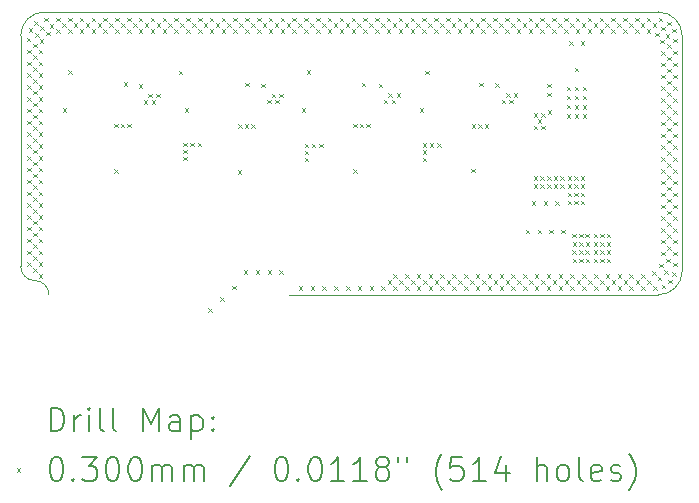
<source format=gbr>
%FSLAX45Y45*%
G04 Gerber Fmt 4.5, Leading zero omitted, Abs format (unit mm)*
G04 Created by KiCad (PCBNEW (6.0.0)) date 2022-01-13 15:14:49*
%MOMM*%
%LPD*%
G01*
G04 APERTURE LIST*
%TA.AperFunction,Profile*%
%ADD10C,0.050000*%
%TD*%
%ADD11C,0.200000*%
%ADD12C,0.030000*%
G04 APERTURE END LIST*
D10*
X6400000Y3394062D02*
X1200000Y3394062D01*
X6600062Y3194000D02*
X6600000Y1200000D01*
X3270000Y1000000D02*
X6399938Y999938D01*
X6600062Y3194000D02*
G75*
G03*
X6400000Y3394062I-200062J0D01*
G01*
X1200000Y3394062D02*
G75*
G03*
X999938Y3194000I0J-200062D01*
G01*
X999867Y1240133D02*
G75*
G03*
X1119933Y1120067I120067J0D01*
G01*
X1240000Y1000000D02*
G75*
G03*
X1119933Y1120067I-120067J0D01*
G01*
X6399938Y999938D02*
G75*
G03*
X6600000Y1200000I0J200062D01*
G01*
X999938Y3194000D02*
X999867Y1240133D01*
D11*
D12*
X1052000Y3175000D02*
X1082000Y3145000D01*
X1082000Y3175000D02*
X1052000Y3145000D01*
X1054000Y3074000D02*
X1084000Y3044000D01*
X1084000Y3074000D02*
X1054000Y3044000D01*
X1054000Y2974000D02*
X1084000Y2944000D01*
X1084000Y2974000D02*
X1054000Y2944000D01*
X1054000Y2874000D02*
X1084000Y2844000D01*
X1084000Y2874000D02*
X1054000Y2844000D01*
X1054000Y2774000D02*
X1084000Y2744000D01*
X1084000Y2774000D02*
X1054000Y2744000D01*
X1054000Y2674000D02*
X1084000Y2644000D01*
X1084000Y2674000D02*
X1054000Y2644000D01*
X1054000Y2574000D02*
X1084000Y2544000D01*
X1084000Y2574000D02*
X1054000Y2544000D01*
X1054000Y2474000D02*
X1084000Y2444000D01*
X1084000Y2474000D02*
X1054000Y2444000D01*
X1054000Y2374000D02*
X1084000Y2344000D01*
X1084000Y2374000D02*
X1054000Y2344000D01*
X1054000Y2274000D02*
X1084000Y2244000D01*
X1084000Y2274000D02*
X1054000Y2244000D01*
X1054000Y2174000D02*
X1084000Y2144000D01*
X1084000Y2174000D02*
X1054000Y2144000D01*
X1054000Y2074000D02*
X1084000Y2044000D01*
X1084000Y2074000D02*
X1054000Y2044000D01*
X1054000Y1974000D02*
X1084000Y1944000D01*
X1084000Y1974000D02*
X1054000Y1944000D01*
X1054000Y1874000D02*
X1084000Y1844000D01*
X1084000Y1874000D02*
X1054000Y1844000D01*
X1054000Y1774000D02*
X1084000Y1744000D01*
X1084000Y1774000D02*
X1054000Y1744000D01*
X1054000Y1674000D02*
X1084000Y1644000D01*
X1084000Y1674000D02*
X1054000Y1644000D01*
X1054000Y1574000D02*
X1084000Y1544000D01*
X1084000Y1574000D02*
X1054000Y1544000D01*
X1054000Y1474000D02*
X1084000Y1444000D01*
X1084000Y1474000D02*
X1054000Y1444000D01*
X1054000Y1374000D02*
X1084000Y1344000D01*
X1084000Y1374000D02*
X1054000Y1344000D01*
X1054000Y1274000D02*
X1084000Y1244000D01*
X1084000Y1274000D02*
X1054000Y1244000D01*
X1070000Y3255000D02*
X1100000Y3225000D01*
X1100000Y3255000D02*
X1070000Y3225000D01*
X1104000Y3126000D02*
X1134000Y3096000D01*
X1134000Y3126000D02*
X1104000Y3096000D01*
X1104000Y3026000D02*
X1134000Y2996000D01*
X1134000Y3026000D02*
X1104000Y2996000D01*
X1104000Y2926000D02*
X1134000Y2896000D01*
X1134000Y2926000D02*
X1104000Y2896000D01*
X1104000Y2826000D02*
X1134000Y2796000D01*
X1134000Y2826000D02*
X1104000Y2796000D01*
X1104000Y2726000D02*
X1134000Y2696000D01*
X1134000Y2726000D02*
X1104000Y2696000D01*
X1104000Y2626000D02*
X1134000Y2596000D01*
X1134000Y2626000D02*
X1104000Y2596000D01*
X1104000Y2526000D02*
X1134000Y2496000D01*
X1134000Y2526000D02*
X1104000Y2496000D01*
X1104000Y2426000D02*
X1134000Y2396000D01*
X1134000Y2426000D02*
X1104000Y2396000D01*
X1104000Y2326000D02*
X1134000Y2296000D01*
X1134000Y2326000D02*
X1104000Y2296000D01*
X1104000Y2226000D02*
X1134000Y2196000D01*
X1134000Y2226000D02*
X1104000Y2196000D01*
X1104000Y2126000D02*
X1134000Y2096000D01*
X1134000Y2126000D02*
X1104000Y2096000D01*
X1104000Y2026000D02*
X1134000Y1996000D01*
X1134000Y2026000D02*
X1104000Y1996000D01*
X1104000Y1926000D02*
X1134000Y1896000D01*
X1134000Y1926000D02*
X1104000Y1896000D01*
X1104000Y1826000D02*
X1134000Y1796000D01*
X1134000Y1826000D02*
X1104000Y1796000D01*
X1104000Y1726000D02*
X1134000Y1696000D01*
X1134000Y1726000D02*
X1104000Y1696000D01*
X1104000Y1626000D02*
X1134000Y1596000D01*
X1134000Y1626000D02*
X1104000Y1596000D01*
X1104000Y1526000D02*
X1134000Y1496000D01*
X1134000Y1526000D02*
X1104000Y1496000D01*
X1104000Y1426000D02*
X1134000Y1396000D01*
X1134000Y1426000D02*
X1104000Y1396000D01*
X1104000Y1326000D02*
X1134000Y1296000D01*
X1134000Y1326000D02*
X1104000Y1296000D01*
X1104000Y1224000D02*
X1134000Y1194000D01*
X1134000Y1224000D02*
X1104000Y1194000D01*
X1115000Y3317000D02*
X1145000Y3287000D01*
X1145000Y3317000D02*
X1115000Y3287000D01*
X1121000Y3214000D02*
X1151000Y3184000D01*
X1151000Y3214000D02*
X1121000Y3184000D01*
X1154000Y3074000D02*
X1184000Y3044000D01*
X1184000Y3074000D02*
X1154000Y3044000D01*
X1154000Y2974000D02*
X1184000Y2944000D01*
X1184000Y2974000D02*
X1154000Y2944000D01*
X1154000Y2874000D02*
X1184000Y2844000D01*
X1184000Y2874000D02*
X1154000Y2844000D01*
X1154000Y2774000D02*
X1184000Y2744000D01*
X1184000Y2774000D02*
X1154000Y2744000D01*
X1154000Y2674000D02*
X1184000Y2644000D01*
X1184000Y2674000D02*
X1154000Y2644000D01*
X1154000Y2574000D02*
X1184000Y2544000D01*
X1184000Y2574000D02*
X1154000Y2544000D01*
X1154000Y2474000D02*
X1184000Y2444000D01*
X1184000Y2474000D02*
X1154000Y2444000D01*
X1154000Y2374000D02*
X1184000Y2344000D01*
X1184000Y2374000D02*
X1154000Y2344000D01*
X1154000Y2274000D02*
X1184000Y2244000D01*
X1184000Y2274000D02*
X1154000Y2244000D01*
X1154000Y2174000D02*
X1184000Y2144000D01*
X1184000Y2174000D02*
X1154000Y2144000D01*
X1154000Y2074000D02*
X1184000Y2044000D01*
X1184000Y2074000D02*
X1154000Y2044000D01*
X1154000Y1974000D02*
X1184000Y1944000D01*
X1184000Y1974000D02*
X1154000Y1944000D01*
X1154000Y1874000D02*
X1184000Y1844000D01*
X1184000Y1874000D02*
X1154000Y1844000D01*
X1154000Y1774000D02*
X1184000Y1744000D01*
X1184000Y1774000D02*
X1154000Y1744000D01*
X1154000Y1674000D02*
X1184000Y1644000D01*
X1184000Y1674000D02*
X1154000Y1644000D01*
X1154000Y1574000D02*
X1184000Y1544000D01*
X1184000Y1574000D02*
X1154000Y1544000D01*
X1154000Y1474000D02*
X1184000Y1444000D01*
X1184000Y1474000D02*
X1154000Y1444000D01*
X1154000Y1374000D02*
X1184000Y1344000D01*
X1184000Y1374000D02*
X1154000Y1344000D01*
X1154000Y1274000D02*
X1184000Y1244000D01*
X1184000Y1274000D02*
X1154000Y1244000D01*
X1154000Y1174000D02*
X1184000Y1144000D01*
X1184000Y1174000D02*
X1154000Y1144000D01*
X1163000Y3162000D02*
X1193000Y3132000D01*
X1193000Y3162000D02*
X1163000Y3132000D01*
X1165000Y3272000D02*
X1195000Y3242000D01*
X1195000Y3272000D02*
X1165000Y3242000D01*
X1201000Y3347000D02*
X1231000Y3317000D01*
X1231000Y3347000D02*
X1201000Y3317000D01*
X1214000Y3228000D02*
X1244000Y3198000D01*
X1244000Y3228000D02*
X1214000Y3198000D01*
X1244000Y3292000D02*
X1274000Y3262000D01*
X1274000Y3292000D02*
X1244000Y3262000D01*
X1301000Y3347000D02*
X1331000Y3317000D01*
X1331000Y3347000D02*
X1301000Y3317000D01*
X1301000Y3247000D02*
X1331000Y3217000D01*
X1331000Y3247000D02*
X1301000Y3217000D01*
X1351000Y3297000D02*
X1381000Y3267000D01*
X1381000Y3297000D02*
X1351000Y3267000D01*
X1357000Y2579000D02*
X1387000Y2549000D01*
X1387000Y2579000D02*
X1357000Y2549000D01*
X1401000Y3347000D02*
X1431000Y3317000D01*
X1431000Y3347000D02*
X1401000Y3317000D01*
X1401000Y3247000D02*
X1431000Y3217000D01*
X1431000Y3247000D02*
X1401000Y3217000D01*
X1403000Y2899000D02*
X1433000Y2869000D01*
X1433000Y2899000D02*
X1403000Y2869000D01*
X1451000Y3297000D02*
X1481000Y3267000D01*
X1481000Y3297000D02*
X1451000Y3267000D01*
X1501000Y3347000D02*
X1531000Y3317000D01*
X1531000Y3347000D02*
X1501000Y3317000D01*
X1501000Y3247000D02*
X1531000Y3217000D01*
X1531000Y3247000D02*
X1501000Y3217000D01*
X1551000Y3297000D02*
X1581000Y3267000D01*
X1581000Y3297000D02*
X1551000Y3267000D01*
X1601000Y3347000D02*
X1631000Y3317000D01*
X1631000Y3347000D02*
X1601000Y3317000D01*
X1601000Y3247000D02*
X1631000Y3217000D01*
X1631000Y3247000D02*
X1601000Y3217000D01*
X1651000Y3297000D02*
X1681000Y3267000D01*
X1681000Y3297000D02*
X1651000Y3267000D01*
X1701000Y3347000D02*
X1731000Y3317000D01*
X1731000Y3347000D02*
X1701000Y3317000D01*
X1701000Y3247000D02*
X1731000Y3217000D01*
X1731000Y3247000D02*
X1701000Y3217000D01*
X1751000Y3297000D02*
X1781000Y3267000D01*
X1781000Y3297000D02*
X1751000Y3267000D01*
X1791000Y2062000D02*
X1821000Y2032000D01*
X1821000Y2062000D02*
X1791000Y2032000D01*
X1792000Y2447000D02*
X1822000Y2417000D01*
X1822000Y2447000D02*
X1792000Y2417000D01*
X1801000Y3347000D02*
X1831000Y3317000D01*
X1831000Y3347000D02*
X1801000Y3317000D01*
X1801000Y3247000D02*
X1831000Y3217000D01*
X1831000Y3247000D02*
X1801000Y3217000D01*
X1847000Y2447000D02*
X1877000Y2417000D01*
X1877000Y2447000D02*
X1847000Y2417000D01*
X1851000Y3297000D02*
X1881000Y3267000D01*
X1881000Y3297000D02*
X1851000Y3267000D01*
X1872000Y2799000D02*
X1902000Y2769000D01*
X1902000Y2799000D02*
X1872000Y2769000D01*
X1901000Y3347000D02*
X1931000Y3317000D01*
X1931000Y3347000D02*
X1901000Y3317000D01*
X1901000Y3247000D02*
X1931000Y3217000D01*
X1931000Y3247000D02*
X1901000Y3217000D01*
X1902000Y2447000D02*
X1932000Y2417000D01*
X1932000Y2447000D02*
X1902000Y2417000D01*
X1951000Y3297000D02*
X1981000Y3267000D01*
X1981000Y3297000D02*
X1951000Y3267000D01*
X2001000Y3347000D02*
X2031000Y3317000D01*
X2031000Y3347000D02*
X2001000Y3317000D01*
X2001000Y3247000D02*
X2031000Y3217000D01*
X2031000Y3247000D02*
X2001000Y3217000D01*
X2001000Y2781000D02*
X2031000Y2751000D01*
X2031000Y2781000D02*
X2001000Y2751000D01*
X2043000Y2649000D02*
X2073000Y2619000D01*
X2073000Y2649000D02*
X2043000Y2619000D01*
X2051000Y3297000D02*
X2081000Y3267000D01*
X2081000Y3297000D02*
X2051000Y3267000D01*
X2082000Y2701000D02*
X2112000Y2671000D01*
X2112000Y2701000D02*
X2082000Y2671000D01*
X2101000Y3347000D02*
X2131000Y3317000D01*
X2131000Y3347000D02*
X2101000Y3317000D01*
X2101000Y3247000D02*
X2131000Y3217000D01*
X2131000Y3247000D02*
X2101000Y3217000D01*
X2111000Y2649000D02*
X2141000Y2619000D01*
X2141000Y2649000D02*
X2111000Y2619000D01*
X2149000Y2701000D02*
X2179000Y2671000D01*
X2179000Y2701000D02*
X2149000Y2671000D01*
X2151000Y3297000D02*
X2181000Y3267000D01*
X2181000Y3297000D02*
X2151000Y3267000D01*
X2201000Y3347000D02*
X2231000Y3317000D01*
X2231000Y3347000D02*
X2201000Y3317000D01*
X2201000Y3247000D02*
X2231000Y3217000D01*
X2231000Y3247000D02*
X2201000Y3217000D01*
X2251000Y3297000D02*
X2281000Y3267000D01*
X2281000Y3297000D02*
X2251000Y3267000D01*
X2301000Y3347000D02*
X2331000Y3317000D01*
X2331000Y3347000D02*
X2301000Y3317000D01*
X2301000Y3247000D02*
X2331000Y3217000D01*
X2331000Y3247000D02*
X2301000Y3217000D01*
X2339000Y2896000D02*
X2369000Y2866000D01*
X2369000Y2896000D02*
X2339000Y2866000D01*
X2351000Y3297000D02*
X2381000Y3267000D01*
X2381000Y3297000D02*
X2351000Y3267000D01*
X2377000Y2288000D02*
X2407000Y2258000D01*
X2407000Y2288000D02*
X2377000Y2258000D01*
X2377000Y2228000D02*
X2407000Y2198000D01*
X2407000Y2228000D02*
X2377000Y2198000D01*
X2377000Y2168000D02*
X2407000Y2138000D01*
X2407000Y2168000D02*
X2377000Y2138000D01*
X2390000Y2578000D02*
X2420000Y2548000D01*
X2420000Y2578000D02*
X2390000Y2548000D01*
X2401000Y3347000D02*
X2431000Y3317000D01*
X2431000Y3347000D02*
X2401000Y3317000D01*
X2401000Y3247000D02*
X2431000Y3217000D01*
X2431000Y3247000D02*
X2401000Y3217000D01*
X2437000Y2288000D02*
X2467000Y2258000D01*
X2467000Y2288000D02*
X2437000Y2258000D01*
X2451000Y3297000D02*
X2481000Y3267000D01*
X2481000Y3297000D02*
X2451000Y3267000D01*
X2498000Y2288000D02*
X2528000Y2258000D01*
X2528000Y2288000D02*
X2498000Y2258000D01*
X2501000Y3347000D02*
X2531000Y3317000D01*
X2531000Y3347000D02*
X2501000Y3317000D01*
X2501000Y3247000D02*
X2531000Y3217000D01*
X2531000Y3247000D02*
X2501000Y3217000D01*
X2551000Y3297000D02*
X2581000Y3267000D01*
X2581000Y3297000D02*
X2551000Y3267000D01*
X2590000Y884000D02*
X2620000Y854000D01*
X2620000Y884000D02*
X2590000Y854000D01*
X2601000Y3347000D02*
X2631000Y3317000D01*
X2631000Y3347000D02*
X2601000Y3317000D01*
X2601000Y3247000D02*
X2631000Y3217000D01*
X2631000Y3247000D02*
X2601000Y3217000D01*
X2651000Y3297000D02*
X2681000Y3267000D01*
X2681000Y3297000D02*
X2651000Y3267000D01*
X2690000Y978000D02*
X2720000Y948000D01*
X2720000Y978000D02*
X2690000Y948000D01*
X2701000Y3347000D02*
X2731000Y3317000D01*
X2731000Y3347000D02*
X2701000Y3317000D01*
X2701000Y3247000D02*
X2731000Y3217000D01*
X2731000Y3247000D02*
X2701000Y3217000D01*
X2751000Y3297000D02*
X2781000Y3267000D01*
X2781000Y3297000D02*
X2751000Y3267000D01*
X2789333Y1076000D02*
X2819333Y1046000D01*
X2819333Y1076000D02*
X2789333Y1046000D01*
X2801000Y3347000D02*
X2831000Y3317000D01*
X2831000Y3347000D02*
X2801000Y3317000D01*
X2801000Y3247000D02*
X2831000Y3217000D01*
X2831000Y3247000D02*
X2801000Y3217000D01*
X2836000Y2056000D02*
X2866000Y2026000D01*
X2866000Y2056000D02*
X2836000Y2026000D01*
X2843000Y2445000D02*
X2873000Y2415000D01*
X2873000Y2445000D02*
X2843000Y2415000D01*
X2851000Y3297000D02*
X2881000Y3267000D01*
X2881000Y3297000D02*
X2851000Y3267000D01*
X2889500Y1209500D02*
X2919500Y1179500D01*
X2919500Y1209500D02*
X2889500Y1179500D01*
X2898000Y2445000D02*
X2928000Y2415000D01*
X2928000Y2445000D02*
X2898000Y2415000D01*
X2901000Y3347000D02*
X2931000Y3317000D01*
X2931000Y3347000D02*
X2901000Y3317000D01*
X2901000Y3247000D02*
X2931000Y3217000D01*
X2931000Y3247000D02*
X2901000Y3217000D01*
X2903000Y2794000D02*
X2933000Y2764000D01*
X2933000Y2794000D02*
X2903000Y2764000D01*
X2951000Y3297000D02*
X2981000Y3267000D01*
X2981000Y3297000D02*
X2951000Y3267000D01*
X2953000Y2445000D02*
X2983000Y2415000D01*
X2983000Y2445000D02*
X2953000Y2415000D01*
X2989666Y1209500D02*
X3019666Y1179500D01*
X3019666Y1209500D02*
X2989666Y1179500D01*
X3001000Y3347000D02*
X3031000Y3317000D01*
X3031000Y3347000D02*
X3001000Y3317000D01*
X3001000Y3247000D02*
X3031000Y3217000D01*
X3031000Y3247000D02*
X3001000Y3217000D01*
X3038000Y2787000D02*
X3068000Y2757000D01*
X3068000Y2787000D02*
X3038000Y2757000D01*
X3051000Y3297000D02*
X3081000Y3267000D01*
X3081000Y3297000D02*
X3051000Y3267000D01*
X3089000Y2652000D02*
X3119000Y2622000D01*
X3119000Y2652000D02*
X3089000Y2622000D01*
X3089833Y1209500D02*
X3119833Y1179500D01*
X3119833Y1209500D02*
X3089833Y1179500D01*
X3101000Y3347000D02*
X3131000Y3317000D01*
X3131000Y3347000D02*
X3101000Y3317000D01*
X3101000Y3247000D02*
X3131000Y3217000D01*
X3131000Y3247000D02*
X3101000Y3217000D01*
X3126000Y2701000D02*
X3156000Y2671000D01*
X3156000Y2701000D02*
X3126000Y2671000D01*
X3151000Y3297000D02*
X3181000Y3267000D01*
X3181000Y3297000D02*
X3151000Y3267000D01*
X3154000Y2652000D02*
X3184000Y2622000D01*
X3184000Y2652000D02*
X3154000Y2622000D01*
X3191000Y2701000D02*
X3221000Y2671000D01*
X3221000Y2701000D02*
X3191000Y2671000D01*
X3191000Y1209500D02*
X3221000Y1179500D01*
X3221000Y1209500D02*
X3191000Y1179500D01*
X3201000Y3347000D02*
X3231000Y3317000D01*
X3231000Y3347000D02*
X3201000Y3317000D01*
X3201000Y3247000D02*
X3231000Y3217000D01*
X3231000Y3247000D02*
X3201000Y3217000D01*
X3251000Y3297000D02*
X3281000Y3267000D01*
X3281000Y3297000D02*
X3251000Y3267000D01*
X3301000Y3347000D02*
X3331000Y3317000D01*
X3331000Y3347000D02*
X3301000Y3317000D01*
X3301000Y3247000D02*
X3331000Y3217000D01*
X3331000Y3247000D02*
X3301000Y3217000D01*
X3351000Y3297000D02*
X3381000Y3267000D01*
X3381000Y3297000D02*
X3351000Y3267000D01*
X3354000Y1074000D02*
X3384000Y1044000D01*
X3384000Y1074000D02*
X3354000Y1044000D01*
X3378000Y2579000D02*
X3408000Y2549000D01*
X3408000Y2579000D02*
X3378000Y2549000D01*
X3401000Y3347000D02*
X3431000Y3317000D01*
X3431000Y3347000D02*
X3401000Y3317000D01*
X3401000Y3247000D02*
X3431000Y3217000D01*
X3431000Y3247000D02*
X3401000Y3217000D01*
X3405000Y2279000D02*
X3435000Y2249000D01*
X3435000Y2279000D02*
X3405000Y2249000D01*
X3405000Y2219000D02*
X3435000Y2189000D01*
X3435000Y2219000D02*
X3405000Y2189000D01*
X3405000Y2159000D02*
X3435000Y2129000D01*
X3435000Y2159000D02*
X3405000Y2129000D01*
X3423000Y2902000D02*
X3453000Y2872000D01*
X3453000Y2902000D02*
X3423000Y2872000D01*
X3451000Y3297000D02*
X3481000Y3267000D01*
X3481000Y3297000D02*
X3451000Y3267000D01*
X3454000Y1074000D02*
X3484000Y1044000D01*
X3484000Y1074000D02*
X3454000Y1044000D01*
X3465000Y2279000D02*
X3495000Y2249000D01*
X3495000Y2279000D02*
X3465000Y2249000D01*
X3501000Y3347000D02*
X3531000Y3317000D01*
X3531000Y3347000D02*
X3501000Y3317000D01*
X3501000Y3247000D02*
X3531000Y3217000D01*
X3531000Y3247000D02*
X3501000Y3217000D01*
X3526000Y2279000D02*
X3556000Y2249000D01*
X3556000Y2279000D02*
X3526000Y2249000D01*
X3551000Y3297000D02*
X3581000Y3267000D01*
X3581000Y3297000D02*
X3551000Y3267000D01*
X3554000Y1074000D02*
X3584000Y1044000D01*
X3584000Y1074000D02*
X3554000Y1044000D01*
X3601000Y3347000D02*
X3631000Y3317000D01*
X3631000Y3347000D02*
X3601000Y3317000D01*
X3601000Y3247000D02*
X3631000Y3217000D01*
X3631000Y3247000D02*
X3601000Y3217000D01*
X3651000Y3297000D02*
X3681000Y3267000D01*
X3681000Y3297000D02*
X3651000Y3267000D01*
X3654000Y1074000D02*
X3684000Y1044000D01*
X3684000Y1074000D02*
X3654000Y1044000D01*
X3701000Y3347000D02*
X3731000Y3317000D01*
X3731000Y3347000D02*
X3701000Y3317000D01*
X3701000Y3247000D02*
X3731000Y3217000D01*
X3731000Y3247000D02*
X3701000Y3217000D01*
X3751000Y3297000D02*
X3781000Y3267000D01*
X3781000Y3297000D02*
X3751000Y3267000D01*
X3754000Y1074000D02*
X3784000Y1044000D01*
X3784000Y1074000D02*
X3754000Y1044000D01*
X3801000Y3347000D02*
X3831000Y3317000D01*
X3831000Y3347000D02*
X3801000Y3317000D01*
X3801000Y3247000D02*
X3831000Y3217000D01*
X3831000Y3247000D02*
X3801000Y3217000D01*
X3815000Y2447000D02*
X3845000Y2417000D01*
X3845000Y2447000D02*
X3815000Y2417000D01*
X3816000Y2062000D02*
X3846000Y2032000D01*
X3846000Y2062000D02*
X3816000Y2032000D01*
X3851000Y3297000D02*
X3881000Y3267000D01*
X3881000Y3297000D02*
X3851000Y3267000D01*
X3854000Y1074000D02*
X3884000Y1044000D01*
X3884000Y1074000D02*
X3854000Y1044000D01*
X3870000Y2447000D02*
X3900000Y2417000D01*
X3900000Y2447000D02*
X3870000Y2417000D01*
X3888000Y2795000D02*
X3918000Y2765000D01*
X3918000Y2795000D02*
X3888000Y2765000D01*
X3901000Y3347000D02*
X3931000Y3317000D01*
X3931000Y3347000D02*
X3901000Y3317000D01*
X3901000Y3247000D02*
X3931000Y3217000D01*
X3931000Y3247000D02*
X3901000Y3217000D01*
X3925000Y2447000D02*
X3955000Y2417000D01*
X3955000Y2447000D02*
X3925000Y2417000D01*
X3951000Y3297000D02*
X3981000Y3267000D01*
X3981000Y3297000D02*
X3951000Y3267000D01*
X3954000Y1074000D02*
X3984000Y1044000D01*
X3984000Y1074000D02*
X3954000Y1044000D01*
X4001000Y3347000D02*
X4031000Y3317000D01*
X4031000Y3347000D02*
X4001000Y3317000D01*
X4001000Y3247000D02*
X4031000Y3217000D01*
X4031000Y3247000D02*
X4001000Y3217000D01*
X4032000Y2788000D02*
X4062000Y2758000D01*
X4062000Y2788000D02*
X4032000Y2758000D01*
X4051000Y3297000D02*
X4081000Y3267000D01*
X4081000Y3297000D02*
X4051000Y3267000D01*
X4054000Y1074000D02*
X4084000Y1044000D01*
X4084000Y1074000D02*
X4054000Y1044000D01*
X4073000Y2653000D02*
X4103000Y2623000D01*
X4103000Y2653000D02*
X4073000Y2623000D01*
X4101000Y3347000D02*
X4131000Y3317000D01*
X4131000Y3347000D02*
X4101000Y3317000D01*
X4101000Y3247000D02*
X4131000Y3217000D01*
X4131000Y3247000D02*
X4101000Y3217000D01*
X4106000Y1123000D02*
X4136000Y1093000D01*
X4136000Y1123000D02*
X4106000Y1093000D01*
X4113000Y2706000D02*
X4143000Y2676000D01*
X4143000Y2706000D02*
X4113000Y2676000D01*
X4142000Y2653000D02*
X4172000Y2623000D01*
X4172000Y2653000D02*
X4142000Y2623000D01*
X4151000Y3297000D02*
X4181000Y3267000D01*
X4181000Y3297000D02*
X4151000Y3267000D01*
X4154000Y1174000D02*
X4184000Y1144000D01*
X4184000Y1174000D02*
X4154000Y1144000D01*
X4154000Y1074000D02*
X4184000Y1044000D01*
X4184000Y1074000D02*
X4154000Y1044000D01*
X4182000Y2706000D02*
X4212000Y2676000D01*
X4212000Y2706000D02*
X4182000Y2676000D01*
X4201000Y3347000D02*
X4231000Y3317000D01*
X4231000Y3347000D02*
X4201000Y3317000D01*
X4201000Y3247000D02*
X4231000Y3217000D01*
X4231000Y3247000D02*
X4201000Y3217000D01*
X4206000Y1123000D02*
X4236000Y1093000D01*
X4236000Y1123000D02*
X4206000Y1093000D01*
X4251000Y3297000D02*
X4281000Y3267000D01*
X4281000Y3297000D02*
X4251000Y3267000D01*
X4254000Y1174000D02*
X4284000Y1144000D01*
X4284000Y1174000D02*
X4254000Y1144000D01*
X4254000Y1074000D02*
X4284000Y1044000D01*
X4284000Y1074000D02*
X4254000Y1044000D01*
X4301000Y3347000D02*
X4331000Y3317000D01*
X4331000Y3347000D02*
X4301000Y3317000D01*
X4301000Y3247000D02*
X4331000Y3217000D01*
X4331000Y3247000D02*
X4301000Y3217000D01*
X4306000Y1123000D02*
X4336000Y1093000D01*
X4336000Y1123000D02*
X4306000Y1093000D01*
X4351000Y3297000D02*
X4381000Y3267000D01*
X4381000Y3297000D02*
X4351000Y3267000D01*
X4354000Y1174000D02*
X4384000Y1144000D01*
X4384000Y1174000D02*
X4354000Y1144000D01*
X4354000Y1074000D02*
X4384000Y1044000D01*
X4384000Y1074000D02*
X4354000Y1044000D01*
X4380000Y2579000D02*
X4410000Y2549000D01*
X4410000Y2579000D02*
X4380000Y2549000D01*
X4401000Y3347000D02*
X4431000Y3317000D01*
X4431000Y3347000D02*
X4401000Y3317000D01*
X4401000Y3247000D02*
X4431000Y3217000D01*
X4431000Y3247000D02*
X4401000Y3217000D01*
X4404000Y2282000D02*
X4434000Y2252000D01*
X4434000Y2282000D02*
X4404000Y2252000D01*
X4404000Y2222000D02*
X4434000Y2192000D01*
X4434000Y2222000D02*
X4404000Y2192000D01*
X4404000Y2162000D02*
X4434000Y2132000D01*
X4434000Y2162000D02*
X4404000Y2132000D01*
X4406000Y1123000D02*
X4436000Y1093000D01*
X4436000Y1123000D02*
X4406000Y1093000D01*
X4426000Y2898000D02*
X4456000Y2868000D01*
X4456000Y2898000D02*
X4426000Y2868000D01*
X4451000Y3297000D02*
X4481000Y3267000D01*
X4481000Y3297000D02*
X4451000Y3267000D01*
X4454000Y1174000D02*
X4484000Y1144000D01*
X4484000Y1174000D02*
X4454000Y1144000D01*
X4454000Y1074000D02*
X4484000Y1044000D01*
X4484000Y1074000D02*
X4454000Y1044000D01*
X4464000Y2282000D02*
X4494000Y2252000D01*
X4494000Y2282000D02*
X4464000Y2252000D01*
X4501000Y3347000D02*
X4531000Y3317000D01*
X4531000Y3347000D02*
X4501000Y3317000D01*
X4501000Y3247000D02*
X4531000Y3217000D01*
X4531000Y3247000D02*
X4501000Y3217000D01*
X4506000Y1123000D02*
X4536000Y1093000D01*
X4536000Y1123000D02*
X4506000Y1093000D01*
X4525000Y2282000D02*
X4555000Y2252000D01*
X4555000Y2282000D02*
X4525000Y2252000D01*
X4551000Y3297000D02*
X4581000Y3267000D01*
X4581000Y3297000D02*
X4551000Y3267000D01*
X4554000Y1174000D02*
X4584000Y1144000D01*
X4584000Y1174000D02*
X4554000Y1144000D01*
X4554000Y1074000D02*
X4584000Y1044000D01*
X4584000Y1074000D02*
X4554000Y1044000D01*
X4601000Y3347000D02*
X4631000Y3317000D01*
X4631000Y3347000D02*
X4601000Y3317000D01*
X4601000Y3247000D02*
X4631000Y3217000D01*
X4631000Y3247000D02*
X4601000Y3217000D01*
X4606000Y1123000D02*
X4636000Y1093000D01*
X4636000Y1123000D02*
X4606000Y1093000D01*
X4651000Y3297000D02*
X4681000Y3267000D01*
X4681000Y3297000D02*
X4651000Y3267000D01*
X4654000Y1174000D02*
X4684000Y1144000D01*
X4684000Y1174000D02*
X4654000Y1144000D01*
X4654000Y1074000D02*
X4684000Y1044000D01*
X4684000Y1074000D02*
X4654000Y1044000D01*
X4701000Y3347000D02*
X4731000Y3317000D01*
X4731000Y3347000D02*
X4701000Y3317000D01*
X4701000Y3247000D02*
X4731000Y3217000D01*
X4731000Y3247000D02*
X4701000Y3217000D01*
X4706000Y1123000D02*
X4736000Y1093000D01*
X4736000Y1123000D02*
X4706000Y1093000D01*
X4751000Y3297000D02*
X4781000Y3267000D01*
X4781000Y3297000D02*
X4751000Y3267000D01*
X4754000Y1174000D02*
X4784000Y1144000D01*
X4784000Y1174000D02*
X4754000Y1144000D01*
X4754000Y1074000D02*
X4784000Y1044000D01*
X4784000Y1074000D02*
X4754000Y1044000D01*
X4801000Y3347000D02*
X4831000Y3317000D01*
X4831000Y3347000D02*
X4801000Y3317000D01*
X4801000Y3247000D02*
X4831000Y3217000D01*
X4831000Y3247000D02*
X4801000Y3217000D01*
X4806000Y1123000D02*
X4836000Y1093000D01*
X4836000Y1123000D02*
X4806000Y1093000D01*
X4816000Y2068000D02*
X4846000Y2038000D01*
X4846000Y2068000D02*
X4816000Y2038000D01*
X4818000Y2446000D02*
X4848000Y2416000D01*
X4848000Y2446000D02*
X4818000Y2416000D01*
X4851000Y3297000D02*
X4881000Y3267000D01*
X4881000Y3297000D02*
X4851000Y3267000D01*
X4854000Y1174000D02*
X4884000Y1144000D01*
X4884000Y1174000D02*
X4854000Y1144000D01*
X4854000Y1074000D02*
X4884000Y1044000D01*
X4884000Y1074000D02*
X4854000Y1044000D01*
X4873000Y2446000D02*
X4903000Y2416000D01*
X4903000Y2446000D02*
X4873000Y2416000D01*
X4883000Y2795000D02*
X4913000Y2765000D01*
X4913000Y2795000D02*
X4883000Y2765000D01*
X4901000Y3347000D02*
X4931000Y3317000D01*
X4931000Y3347000D02*
X4901000Y3317000D01*
X4901000Y3247000D02*
X4931000Y3217000D01*
X4931000Y3247000D02*
X4901000Y3217000D01*
X4906000Y1123000D02*
X4936000Y1093000D01*
X4936000Y1123000D02*
X4906000Y1093000D01*
X4928000Y2446000D02*
X4958000Y2416000D01*
X4958000Y2446000D02*
X4928000Y2416000D01*
X4951000Y3297000D02*
X4981000Y3267000D01*
X4981000Y3297000D02*
X4951000Y3267000D01*
X4954000Y1174000D02*
X4984000Y1144000D01*
X4984000Y1174000D02*
X4954000Y1144000D01*
X4954000Y1074000D02*
X4984000Y1044000D01*
X4984000Y1074000D02*
X4954000Y1044000D01*
X5001000Y3347000D02*
X5031000Y3317000D01*
X5031000Y3347000D02*
X5001000Y3317000D01*
X5001000Y3247000D02*
X5031000Y3217000D01*
X5031000Y3247000D02*
X5001000Y3217000D01*
X5006000Y1123000D02*
X5036000Y1093000D01*
X5036000Y1123000D02*
X5006000Y1093000D01*
X5017000Y2793000D02*
X5047000Y2763000D01*
X5047000Y2793000D02*
X5017000Y2763000D01*
X5051000Y3297000D02*
X5081000Y3267000D01*
X5081000Y3297000D02*
X5051000Y3267000D01*
X5054000Y1174000D02*
X5084000Y1144000D01*
X5084000Y1174000D02*
X5054000Y1144000D01*
X5054000Y1074000D02*
X5084000Y1044000D01*
X5084000Y1074000D02*
X5054000Y1044000D01*
X5071000Y2653000D02*
X5101000Y2623000D01*
X5101000Y2653000D02*
X5071000Y2623000D01*
X5101000Y3347000D02*
X5131000Y3317000D01*
X5131000Y3347000D02*
X5101000Y3317000D01*
X5101000Y3247000D02*
X5131000Y3217000D01*
X5131000Y3247000D02*
X5101000Y3217000D01*
X5106000Y1123000D02*
X5136000Y1093000D01*
X5136000Y1123000D02*
X5106000Y1093000D01*
X5111000Y2705000D02*
X5141000Y2675000D01*
X5141000Y2705000D02*
X5111000Y2675000D01*
X5135000Y2653000D02*
X5165000Y2623000D01*
X5165000Y2653000D02*
X5135000Y2623000D01*
X5151000Y3297000D02*
X5181000Y3267000D01*
X5181000Y3297000D02*
X5151000Y3267000D01*
X5154000Y1174000D02*
X5184000Y1144000D01*
X5184000Y1174000D02*
X5154000Y1144000D01*
X5154000Y1074000D02*
X5184000Y1044000D01*
X5184000Y1074000D02*
X5154000Y1044000D01*
X5175000Y2705000D02*
X5205000Y2675000D01*
X5205000Y2705000D02*
X5175000Y2675000D01*
X5201000Y3347000D02*
X5231000Y3317000D01*
X5231000Y3347000D02*
X5201000Y3317000D01*
X5201000Y3247000D02*
X5231000Y3217000D01*
X5231000Y3247000D02*
X5201000Y3217000D01*
X5206000Y1123000D02*
X5236000Y1093000D01*
X5236000Y1123000D02*
X5206000Y1093000D01*
X5251000Y3297000D02*
X5281000Y3267000D01*
X5281000Y3297000D02*
X5251000Y3267000D01*
X5254000Y1174000D02*
X5284000Y1144000D01*
X5284000Y1174000D02*
X5254000Y1144000D01*
X5254000Y1074000D02*
X5284000Y1044000D01*
X5284000Y1074000D02*
X5254000Y1044000D01*
X5277500Y1550000D02*
X5307500Y1520000D01*
X5307500Y1550000D02*
X5277500Y1520000D01*
X5301000Y3347000D02*
X5331000Y3317000D01*
X5331000Y3347000D02*
X5301000Y3317000D01*
X5301000Y3247000D02*
X5331000Y3217000D01*
X5331000Y3247000D02*
X5301000Y3217000D01*
X5306000Y1123000D02*
X5336000Y1093000D01*
X5336000Y1123000D02*
X5306000Y1093000D01*
X5327000Y1793500D02*
X5357000Y1763500D01*
X5357000Y1793500D02*
X5327000Y1763500D01*
X5343000Y2537000D02*
X5373000Y2507000D01*
X5373000Y2537000D02*
X5343000Y2507000D01*
X5343000Y2004500D02*
X5373000Y1974500D01*
X5373000Y2004500D02*
X5343000Y1974500D01*
X5344000Y1934500D02*
X5374000Y1904500D01*
X5374000Y1934500D02*
X5344000Y1904500D01*
X5345000Y2430000D02*
X5375000Y2400000D01*
X5375000Y2430000D02*
X5345000Y2400000D01*
X5351000Y3297000D02*
X5381000Y3267000D01*
X5381000Y3297000D02*
X5351000Y3267000D01*
X5354000Y1174000D02*
X5384000Y1144000D01*
X5384000Y1174000D02*
X5354000Y1144000D01*
X5354000Y1074000D02*
X5384000Y1044000D01*
X5384000Y1074000D02*
X5354000Y1044000D01*
X5376000Y2484000D02*
X5406000Y2454000D01*
X5406000Y2484000D02*
X5376000Y2454000D01*
X5377000Y1549500D02*
X5407000Y1519500D01*
X5407000Y1549500D02*
X5377000Y1519500D01*
X5398000Y2004500D02*
X5428000Y1974500D01*
X5428000Y2004500D02*
X5398000Y1974500D01*
X5399000Y1934500D02*
X5429000Y1904500D01*
X5429000Y1934500D02*
X5399000Y1904500D01*
X5401000Y3347000D02*
X5431000Y3317000D01*
X5431000Y3347000D02*
X5401000Y3317000D01*
X5401000Y3247000D02*
X5431000Y3217000D01*
X5431000Y3247000D02*
X5401000Y3217000D01*
X5405000Y2537000D02*
X5435000Y2507000D01*
X5435000Y2537000D02*
X5405000Y2507000D01*
X5405000Y2430000D02*
X5435000Y2400000D01*
X5435000Y2430000D02*
X5405000Y2400000D01*
X5406000Y1123000D02*
X5436000Y1093000D01*
X5436000Y1123000D02*
X5406000Y1093000D01*
X5427000Y1793500D02*
X5457000Y1763500D01*
X5457000Y1793500D02*
X5427000Y1763500D01*
X5451000Y3297000D02*
X5481000Y3267000D01*
X5481000Y3297000D02*
X5451000Y3267000D01*
X5454000Y1174000D02*
X5484000Y1144000D01*
X5484000Y1174000D02*
X5454000Y1144000D01*
X5454000Y1074000D02*
X5484000Y1044000D01*
X5484000Y1074000D02*
X5454000Y1044000D01*
X5458000Y2004500D02*
X5488000Y1974500D01*
X5488000Y2004500D02*
X5458000Y1974500D01*
X5459000Y2709000D02*
X5489000Y2679000D01*
X5489000Y2709000D02*
X5459000Y2679000D01*
X5459000Y1934500D02*
X5489000Y1904500D01*
X5489000Y1934500D02*
X5459000Y1904500D01*
X5460000Y2785000D02*
X5490000Y2755000D01*
X5490000Y2785000D02*
X5460000Y2755000D01*
X5462000Y2561000D02*
X5492000Y2531000D01*
X5492000Y2561000D02*
X5462000Y2531000D01*
X5477000Y1549500D02*
X5507000Y1519500D01*
X5507000Y1549500D02*
X5477000Y1519500D01*
X5501000Y3347000D02*
X5531000Y3317000D01*
X5531000Y3347000D02*
X5501000Y3317000D01*
X5501000Y3247000D02*
X5531000Y3217000D01*
X5531000Y3247000D02*
X5501000Y3217000D01*
X5506000Y1123000D02*
X5536000Y1093000D01*
X5536000Y1123000D02*
X5506000Y1093000D01*
X5513000Y2004500D02*
X5543000Y1974500D01*
X5543000Y2004500D02*
X5513000Y1974500D01*
X5514000Y1934500D02*
X5544000Y1904500D01*
X5544000Y1934500D02*
X5514000Y1904500D01*
X5527000Y1793500D02*
X5557000Y1763500D01*
X5557000Y1793500D02*
X5527000Y1763500D01*
X5551000Y3297000D02*
X5581000Y3267000D01*
X5581000Y3297000D02*
X5551000Y3267000D01*
X5554000Y1174000D02*
X5584000Y1144000D01*
X5584000Y1174000D02*
X5554000Y1144000D01*
X5554000Y1074000D02*
X5584000Y1044000D01*
X5584000Y1074000D02*
X5554000Y1044000D01*
X5568000Y2004500D02*
X5598000Y1974500D01*
X5598000Y2004500D02*
X5568000Y1974500D01*
X5569000Y1934500D02*
X5599000Y1904500D01*
X5599000Y1934500D02*
X5569000Y1904500D01*
X5577000Y1549500D02*
X5607000Y1519500D01*
X5607000Y1549500D02*
X5577000Y1519500D01*
X5601000Y3347000D02*
X5631000Y3317000D01*
X5631000Y3347000D02*
X5601000Y3317000D01*
X5601000Y3247000D02*
X5631000Y3217000D01*
X5631000Y3247000D02*
X5601000Y3217000D01*
X5606000Y1123000D02*
X5636000Y1093000D01*
X5636000Y1123000D02*
X5606000Y1093000D01*
X5624000Y2530000D02*
X5654000Y2500000D01*
X5654000Y2530000D02*
X5624000Y2500000D01*
X5624000Y2763000D02*
X5654000Y2733000D01*
X5654000Y2763000D02*
X5624000Y2733000D01*
X5624000Y2607667D02*
X5654000Y2577667D01*
X5654000Y2607667D02*
X5624000Y2577667D01*
X5625000Y2685333D02*
X5655000Y2655333D01*
X5655000Y2685333D02*
X5625000Y2655333D01*
X5632000Y2004500D02*
X5662000Y1974500D01*
X5662000Y2004500D02*
X5632000Y1974500D01*
X5632000Y1865500D02*
X5662000Y1835500D01*
X5662000Y1865500D02*
X5632000Y1835500D01*
X5633000Y1934500D02*
X5663000Y1904500D01*
X5663000Y1934500D02*
X5633000Y1904500D01*
X5633000Y1795500D02*
X5663000Y1765500D01*
X5663000Y1795500D02*
X5633000Y1765500D01*
X5645000Y3145000D02*
X5675000Y3115000D01*
X5675000Y3145000D02*
X5645000Y3115000D01*
X5651000Y3297000D02*
X5681000Y3267000D01*
X5681000Y3297000D02*
X5651000Y3267000D01*
X5654000Y1174000D02*
X5684000Y1144000D01*
X5684000Y1174000D02*
X5654000Y1144000D01*
X5654000Y1074000D02*
X5684000Y1044000D01*
X5684000Y1074000D02*
X5654000Y1044000D01*
X5672000Y1515500D02*
X5702000Y1485500D01*
X5702000Y1515500D02*
X5672000Y1485500D01*
X5672000Y1375500D02*
X5702000Y1345500D01*
X5702000Y1375500D02*
X5672000Y1345500D01*
X5673000Y1445500D02*
X5703000Y1415500D01*
X5703000Y1445500D02*
X5673000Y1415500D01*
X5673000Y1305500D02*
X5703000Y1275500D01*
X5703000Y1305500D02*
X5673000Y1275500D01*
X5687000Y2004500D02*
X5717000Y1974500D01*
X5717000Y2004500D02*
X5687000Y1974500D01*
X5687000Y1865500D02*
X5717000Y1835500D01*
X5717000Y1865500D02*
X5687000Y1835500D01*
X5688000Y1934500D02*
X5718000Y1904500D01*
X5718000Y1934500D02*
X5688000Y1904500D01*
X5688000Y1795500D02*
X5718000Y1765500D01*
X5718000Y1795500D02*
X5688000Y1765500D01*
X5691000Y2921000D02*
X5721000Y2891000D01*
X5721000Y2921000D02*
X5691000Y2891000D01*
X5691500Y2762000D02*
X5721500Y2732000D01*
X5721500Y2762000D02*
X5691500Y2732000D01*
X5691500Y2606667D02*
X5721500Y2576667D01*
X5721500Y2606667D02*
X5691500Y2576667D01*
X5691500Y2529000D02*
X5721500Y2499000D01*
X5721500Y2529000D02*
X5691500Y2499000D01*
X5692500Y2684333D02*
X5722500Y2654333D01*
X5722500Y2684333D02*
X5692500Y2654333D01*
X5701000Y3347000D02*
X5731000Y3317000D01*
X5731000Y3347000D02*
X5701000Y3317000D01*
X5701000Y3247000D02*
X5731000Y3217000D01*
X5731000Y3247000D02*
X5701000Y3217000D01*
X5706000Y1123000D02*
X5736000Y1093000D01*
X5736000Y1123000D02*
X5706000Y1093000D01*
X5727000Y1515500D02*
X5757000Y1485500D01*
X5757000Y1515500D02*
X5727000Y1485500D01*
X5727000Y1375500D02*
X5757000Y1345500D01*
X5757000Y1375500D02*
X5727000Y1345500D01*
X5728000Y1445500D02*
X5758000Y1415500D01*
X5758000Y1445500D02*
X5728000Y1415500D01*
X5728000Y1305500D02*
X5758000Y1275500D01*
X5758000Y1305500D02*
X5728000Y1275500D01*
X5741000Y3145000D02*
X5771000Y3115000D01*
X5771000Y3145000D02*
X5741000Y3115000D01*
X5742000Y2004500D02*
X5772000Y1974500D01*
X5772000Y2004500D02*
X5742000Y1974500D01*
X5742000Y1865500D02*
X5772000Y1835500D01*
X5772000Y1865500D02*
X5742000Y1835500D01*
X5743000Y1934500D02*
X5773000Y1904500D01*
X5773000Y1934500D02*
X5743000Y1904500D01*
X5743000Y1795500D02*
X5773000Y1765500D01*
X5773000Y1795500D02*
X5743000Y1765500D01*
X5751000Y3297000D02*
X5781000Y3267000D01*
X5781000Y3297000D02*
X5751000Y3267000D01*
X5754000Y1174000D02*
X5784000Y1144000D01*
X5784000Y1174000D02*
X5754000Y1144000D01*
X5754000Y1074000D02*
X5784000Y1044000D01*
X5784000Y1074000D02*
X5754000Y1044000D01*
X5759000Y2762000D02*
X5789000Y2732000D01*
X5789000Y2762000D02*
X5759000Y2732000D01*
X5759000Y2606667D02*
X5789000Y2576667D01*
X5789000Y2606667D02*
X5759000Y2576667D01*
X5759000Y2529000D02*
X5789000Y2499000D01*
X5789000Y2529000D02*
X5759000Y2499000D01*
X5760000Y2684333D02*
X5790000Y2654333D01*
X5790000Y2684333D02*
X5760000Y2654333D01*
X5782000Y1515500D02*
X5812000Y1485500D01*
X5812000Y1515500D02*
X5782000Y1485500D01*
X5782000Y1375500D02*
X5812000Y1345500D01*
X5812000Y1375500D02*
X5782000Y1345500D01*
X5783000Y1445500D02*
X5813000Y1415500D01*
X5813000Y1445500D02*
X5783000Y1415500D01*
X5783000Y1305500D02*
X5813000Y1275500D01*
X5813000Y1305500D02*
X5783000Y1275500D01*
X5801000Y3347000D02*
X5831000Y3317000D01*
X5831000Y3347000D02*
X5801000Y3317000D01*
X5801000Y3247000D02*
X5831000Y3217000D01*
X5831000Y3247000D02*
X5801000Y3217000D01*
X5806000Y1123000D02*
X5836000Y1093000D01*
X5836000Y1123000D02*
X5806000Y1093000D01*
X5851000Y3297000D02*
X5881000Y3267000D01*
X5881000Y3297000D02*
X5851000Y3267000D01*
X5852000Y1515500D02*
X5882000Y1485500D01*
X5882000Y1515500D02*
X5852000Y1485500D01*
X5852000Y1375500D02*
X5882000Y1345500D01*
X5882000Y1375500D02*
X5852000Y1345500D01*
X5853000Y1445500D02*
X5883000Y1415500D01*
X5883000Y1445500D02*
X5853000Y1415500D01*
X5853000Y1305500D02*
X5883000Y1275500D01*
X5883000Y1305500D02*
X5853000Y1275500D01*
X5854000Y1174000D02*
X5884000Y1144000D01*
X5884000Y1174000D02*
X5854000Y1144000D01*
X5854000Y1074000D02*
X5884000Y1044000D01*
X5884000Y1074000D02*
X5854000Y1044000D01*
X5901000Y3347000D02*
X5931000Y3317000D01*
X5931000Y3347000D02*
X5901000Y3317000D01*
X5901000Y3247000D02*
X5931000Y3217000D01*
X5931000Y3247000D02*
X5901000Y3217000D01*
X5906000Y1123000D02*
X5936000Y1093000D01*
X5936000Y1123000D02*
X5906000Y1093000D01*
X5907000Y1515500D02*
X5937000Y1485500D01*
X5937000Y1515500D02*
X5907000Y1485500D01*
X5907000Y1375500D02*
X5937000Y1345500D01*
X5937000Y1375500D02*
X5907000Y1345500D01*
X5908000Y1445500D02*
X5938000Y1415500D01*
X5938000Y1445500D02*
X5908000Y1415500D01*
X5908000Y1305500D02*
X5938000Y1275500D01*
X5938000Y1305500D02*
X5908000Y1275500D01*
X5951000Y3297000D02*
X5981000Y3267000D01*
X5981000Y3297000D02*
X5951000Y3267000D01*
X5954000Y1174000D02*
X5984000Y1144000D01*
X5984000Y1174000D02*
X5954000Y1144000D01*
X5954000Y1074000D02*
X5984000Y1044000D01*
X5984000Y1074000D02*
X5954000Y1044000D01*
X5962000Y1515500D02*
X5992000Y1485500D01*
X5992000Y1515500D02*
X5962000Y1485500D01*
X5962000Y1375500D02*
X5992000Y1345500D01*
X5992000Y1375500D02*
X5962000Y1345500D01*
X5963000Y1445500D02*
X5993000Y1415500D01*
X5993000Y1445500D02*
X5963000Y1415500D01*
X5963000Y1305500D02*
X5993000Y1275500D01*
X5993000Y1305500D02*
X5963000Y1275500D01*
X6001000Y3347000D02*
X6031000Y3317000D01*
X6031000Y3347000D02*
X6001000Y3317000D01*
X6001000Y3247000D02*
X6031000Y3217000D01*
X6031000Y3247000D02*
X6001000Y3217000D01*
X6006000Y1123000D02*
X6036000Y1093000D01*
X6036000Y1123000D02*
X6006000Y1093000D01*
X6051000Y3297000D02*
X6081000Y3267000D01*
X6081000Y3297000D02*
X6051000Y3267000D01*
X6054000Y1174000D02*
X6084000Y1144000D01*
X6084000Y1174000D02*
X6054000Y1144000D01*
X6054000Y1074000D02*
X6084000Y1044000D01*
X6084000Y1074000D02*
X6054000Y1044000D01*
X6101000Y3347000D02*
X6131000Y3317000D01*
X6131000Y3347000D02*
X6101000Y3317000D01*
X6101000Y3247000D02*
X6131000Y3217000D01*
X6131000Y3247000D02*
X6101000Y3217000D01*
X6106000Y1123000D02*
X6136000Y1093000D01*
X6136000Y1123000D02*
X6106000Y1093000D01*
X6151000Y3297000D02*
X6181000Y3267000D01*
X6181000Y3297000D02*
X6151000Y3267000D01*
X6154000Y1174000D02*
X6184000Y1144000D01*
X6184000Y1174000D02*
X6154000Y1144000D01*
X6154000Y1074000D02*
X6184000Y1044000D01*
X6184000Y1074000D02*
X6154000Y1044000D01*
X6201000Y3347000D02*
X6231000Y3317000D01*
X6231000Y3347000D02*
X6201000Y3317000D01*
X6201000Y3247000D02*
X6231000Y3217000D01*
X6231000Y3247000D02*
X6201000Y3217000D01*
X6206000Y1123000D02*
X6236000Y1093000D01*
X6236000Y1123000D02*
X6206000Y1093000D01*
X6251000Y3297000D02*
X6281000Y3267000D01*
X6281000Y3297000D02*
X6251000Y3267000D01*
X6254000Y1174000D02*
X6284000Y1144000D01*
X6284000Y1174000D02*
X6254000Y1144000D01*
X6254000Y1074000D02*
X6284000Y1044000D01*
X6284000Y1074000D02*
X6254000Y1044000D01*
X6301000Y3347000D02*
X6331000Y3317000D01*
X6331000Y3347000D02*
X6301000Y3317000D01*
X6301000Y3247000D02*
X6331000Y3217000D01*
X6331000Y3247000D02*
X6301000Y3217000D01*
X6306000Y1123000D02*
X6336000Y1093000D01*
X6336000Y1123000D02*
X6306000Y1093000D01*
X6345000Y1201000D02*
X6375000Y1171000D01*
X6375000Y1201000D02*
X6345000Y1171000D01*
X6351000Y3297000D02*
X6381000Y3267000D01*
X6381000Y3297000D02*
X6351000Y3267000D01*
X6354000Y1074000D02*
X6384000Y1044000D01*
X6384000Y1074000D02*
X6354000Y1044000D01*
X6371000Y3220000D02*
X6401000Y3190000D01*
X6401000Y3220000D02*
X6371000Y3190000D01*
X6395000Y1151000D02*
X6425000Y1121000D01*
X6425000Y1151000D02*
X6395000Y1121000D01*
X6401000Y3347000D02*
X6431000Y3317000D01*
X6431000Y3347000D02*
X6401000Y3317000D01*
X6406000Y1263000D02*
X6436000Y1233000D01*
X6436000Y1263000D02*
X6406000Y1233000D01*
X6414000Y3160000D02*
X6444000Y3130000D01*
X6444000Y3160000D02*
X6414000Y3130000D01*
X6422000Y3268000D02*
X6452000Y3238000D01*
X6452000Y3268000D02*
X6422000Y3238000D01*
X6424000Y3064000D02*
X6454000Y3034000D01*
X6454000Y3064000D02*
X6424000Y3034000D01*
X6424000Y2964000D02*
X6454000Y2934000D01*
X6454000Y2964000D02*
X6424000Y2934000D01*
X6424000Y2864000D02*
X6454000Y2834000D01*
X6454000Y2864000D02*
X6424000Y2834000D01*
X6424000Y2764000D02*
X6454000Y2734000D01*
X6454000Y2764000D02*
X6424000Y2734000D01*
X6424000Y2664000D02*
X6454000Y2634000D01*
X6454000Y2664000D02*
X6424000Y2634000D01*
X6424000Y2564000D02*
X6454000Y2534000D01*
X6454000Y2564000D02*
X6424000Y2534000D01*
X6424000Y2464000D02*
X6454000Y2434000D01*
X6454000Y2464000D02*
X6424000Y2434000D01*
X6424000Y2364000D02*
X6454000Y2334000D01*
X6454000Y2364000D02*
X6424000Y2334000D01*
X6424000Y2264000D02*
X6454000Y2234000D01*
X6454000Y2264000D02*
X6424000Y2234000D01*
X6424000Y2164000D02*
X6454000Y2134000D01*
X6454000Y2164000D02*
X6424000Y2134000D01*
X6424000Y2064000D02*
X6454000Y2034000D01*
X6454000Y2064000D02*
X6424000Y2034000D01*
X6424000Y1964000D02*
X6454000Y1934000D01*
X6454000Y1964000D02*
X6424000Y1934000D01*
X6424000Y1864000D02*
X6454000Y1834000D01*
X6454000Y1864000D02*
X6424000Y1834000D01*
X6424000Y1764000D02*
X6454000Y1734000D01*
X6454000Y1764000D02*
X6424000Y1734000D01*
X6424000Y1664000D02*
X6454000Y1634000D01*
X6454000Y1664000D02*
X6424000Y1634000D01*
X6424000Y1564000D02*
X6454000Y1534000D01*
X6454000Y1564000D02*
X6424000Y1534000D01*
X6424000Y1464000D02*
X6454000Y1434000D01*
X6454000Y1464000D02*
X6424000Y1434000D01*
X6424000Y1364000D02*
X6454000Y1334000D01*
X6454000Y1364000D02*
X6424000Y1334000D01*
X6429000Y1085000D02*
X6459000Y1055000D01*
X6459000Y1085000D02*
X6429000Y1055000D01*
X6450000Y1209000D02*
X6480000Y1179000D01*
X6480000Y1209000D02*
X6450000Y1179000D01*
X6462000Y3207000D02*
X6492000Y3177000D01*
X6492000Y3207000D02*
X6462000Y3177000D01*
X6467000Y1306000D02*
X6497000Y1276000D01*
X6497000Y1306000D02*
X6467000Y1276000D01*
X6472000Y3313000D02*
X6502000Y3283000D01*
X6502000Y3313000D02*
X6472000Y3283000D01*
X6474000Y3121000D02*
X6504000Y3091000D01*
X6504000Y3121000D02*
X6474000Y3091000D01*
X6474000Y2913000D02*
X6504000Y2883000D01*
X6504000Y2913000D02*
X6474000Y2883000D01*
X6474000Y2813000D02*
X6504000Y2783000D01*
X6504000Y2813000D02*
X6474000Y2783000D01*
X6474000Y2713000D02*
X6504000Y2683000D01*
X6504000Y2713000D02*
X6474000Y2683000D01*
X6474000Y2613000D02*
X6504000Y2583000D01*
X6504000Y2613000D02*
X6474000Y2583000D01*
X6474000Y2513000D02*
X6504000Y2483000D01*
X6504000Y2513000D02*
X6474000Y2483000D01*
X6474000Y2413000D02*
X6504000Y2383000D01*
X6504000Y2413000D02*
X6474000Y2383000D01*
X6474000Y2313000D02*
X6504000Y2283000D01*
X6504000Y2313000D02*
X6474000Y2283000D01*
X6474000Y2213000D02*
X6504000Y2183000D01*
X6504000Y2213000D02*
X6474000Y2183000D01*
X6474000Y2113000D02*
X6504000Y2083000D01*
X6504000Y2113000D02*
X6474000Y2083000D01*
X6474000Y2013000D02*
X6504000Y1983000D01*
X6504000Y2013000D02*
X6474000Y1983000D01*
X6474000Y1913000D02*
X6504000Y1883000D01*
X6504000Y1913000D02*
X6474000Y1883000D01*
X6474000Y1813000D02*
X6504000Y1783000D01*
X6504000Y1813000D02*
X6474000Y1783000D01*
X6474000Y1713000D02*
X6504000Y1683000D01*
X6504000Y1713000D02*
X6474000Y1683000D01*
X6474000Y1613000D02*
X6504000Y1583000D01*
X6504000Y1613000D02*
X6474000Y1583000D01*
X6474000Y1513000D02*
X6504000Y1483000D01*
X6504000Y1513000D02*
X6474000Y1483000D01*
X6474000Y1413000D02*
X6504000Y1383000D01*
X6504000Y1413000D02*
X6474000Y1383000D01*
X6475000Y3014000D02*
X6505000Y2984000D01*
X6505000Y3014000D02*
X6475000Y2984000D01*
X6483000Y1127000D02*
X6513000Y1097000D01*
X6513000Y1127000D02*
X6483000Y1097000D01*
X6516000Y3251000D02*
X6546000Y3221000D01*
X6546000Y3251000D02*
X6516000Y3221000D01*
X6517000Y1191000D02*
X6547000Y1161000D01*
X6547000Y1191000D02*
X6517000Y1161000D01*
X6523000Y3167000D02*
X6553000Y3137000D01*
X6553000Y3167000D02*
X6523000Y3137000D01*
X6523000Y3065000D02*
X6553000Y3035000D01*
X6553000Y3065000D02*
X6523000Y3035000D01*
X6524000Y2964000D02*
X6554000Y2934000D01*
X6554000Y2964000D02*
X6524000Y2934000D01*
X6524000Y2864000D02*
X6554000Y2834000D01*
X6554000Y2864000D02*
X6524000Y2834000D01*
X6524000Y2764000D02*
X6554000Y2734000D01*
X6554000Y2764000D02*
X6524000Y2734000D01*
X6524000Y2664000D02*
X6554000Y2634000D01*
X6554000Y2664000D02*
X6524000Y2634000D01*
X6524000Y2564000D02*
X6554000Y2534000D01*
X6554000Y2564000D02*
X6524000Y2534000D01*
X6524000Y2464000D02*
X6554000Y2434000D01*
X6554000Y2464000D02*
X6524000Y2434000D01*
X6524000Y2364000D02*
X6554000Y2334000D01*
X6554000Y2364000D02*
X6524000Y2334000D01*
X6524000Y2264000D02*
X6554000Y2234000D01*
X6554000Y2264000D02*
X6524000Y2234000D01*
X6524000Y2164000D02*
X6554000Y2134000D01*
X6554000Y2164000D02*
X6524000Y2134000D01*
X6524000Y2064000D02*
X6554000Y2034000D01*
X6554000Y2064000D02*
X6524000Y2034000D01*
X6524000Y1964000D02*
X6554000Y1934000D01*
X6554000Y1964000D02*
X6524000Y1934000D01*
X6524000Y1864000D02*
X6554000Y1834000D01*
X6554000Y1864000D02*
X6524000Y1834000D01*
X6524000Y1764000D02*
X6554000Y1734000D01*
X6554000Y1764000D02*
X6524000Y1734000D01*
X6524000Y1664000D02*
X6554000Y1634000D01*
X6554000Y1664000D02*
X6524000Y1634000D01*
X6524000Y1564000D02*
X6554000Y1534000D01*
X6554000Y1564000D02*
X6524000Y1534000D01*
X6524000Y1464000D02*
X6554000Y1434000D01*
X6554000Y1464000D02*
X6524000Y1434000D01*
X6524000Y1364000D02*
X6554000Y1334000D01*
X6554000Y1364000D02*
X6524000Y1334000D01*
X6524000Y1270000D02*
X6554000Y1240000D01*
X6554000Y1270000D02*
X6524000Y1240000D01*
D11*
X1254986Y-155476D02*
X1254986Y44524D01*
X1302605Y44524D01*
X1331176Y35000D01*
X1350224Y15952D01*
X1359748Y-3095D01*
X1369272Y-41190D01*
X1369272Y-69762D01*
X1359748Y-107857D01*
X1350224Y-126905D01*
X1331176Y-145952D01*
X1302605Y-155476D01*
X1254986Y-155476D01*
X1454986Y-155476D02*
X1454986Y-22143D01*
X1454986Y-60238D02*
X1464510Y-41190D01*
X1474033Y-31667D01*
X1493081Y-22143D01*
X1512129Y-22143D01*
X1578795Y-155476D02*
X1578795Y-22143D01*
X1578795Y44524D02*
X1569271Y35000D01*
X1578795Y25476D01*
X1588319Y35000D01*
X1578795Y44524D01*
X1578795Y25476D01*
X1702605Y-155476D02*
X1683557Y-145952D01*
X1674033Y-126905D01*
X1674033Y44524D01*
X1807367Y-155476D02*
X1788319Y-145952D01*
X1778795Y-126905D01*
X1778795Y44524D01*
X2035938Y-155476D02*
X2035938Y44524D01*
X2102605Y-98333D01*
X2169272Y44524D01*
X2169272Y-155476D01*
X2350224Y-155476D02*
X2350224Y-50714D01*
X2340700Y-31667D01*
X2321653Y-22143D01*
X2283557Y-22143D01*
X2264510Y-31667D01*
X2350224Y-145952D02*
X2331176Y-155476D01*
X2283557Y-155476D01*
X2264510Y-145952D01*
X2254986Y-126905D01*
X2254986Y-107857D01*
X2264510Y-88809D01*
X2283557Y-79286D01*
X2331176Y-79286D01*
X2350224Y-69762D01*
X2445462Y-22143D02*
X2445462Y-222143D01*
X2445462Y-31667D02*
X2464510Y-22143D01*
X2502605Y-22143D01*
X2521653Y-31667D01*
X2531176Y-41190D01*
X2540700Y-60238D01*
X2540700Y-117381D01*
X2531176Y-136429D01*
X2521653Y-145952D01*
X2502605Y-155476D01*
X2464510Y-155476D01*
X2445462Y-145952D01*
X2626414Y-136429D02*
X2635938Y-145952D01*
X2626414Y-155476D01*
X2616891Y-145952D01*
X2626414Y-136429D01*
X2626414Y-155476D01*
X2626414Y-31667D02*
X2635938Y-41190D01*
X2626414Y-50714D01*
X2616891Y-41190D01*
X2626414Y-31667D01*
X2626414Y-50714D01*
D12*
X967367Y-470000D02*
X997367Y-500000D01*
X997367Y-470000D02*
X967367Y-500000D01*
D11*
X1293081Y-375476D02*
X1312129Y-375476D01*
X1331176Y-385000D01*
X1340700Y-394524D01*
X1350224Y-413571D01*
X1359748Y-451667D01*
X1359748Y-499286D01*
X1350224Y-537381D01*
X1340700Y-556429D01*
X1331176Y-565952D01*
X1312129Y-575476D01*
X1293081Y-575476D01*
X1274033Y-565952D01*
X1264510Y-556429D01*
X1254986Y-537381D01*
X1245462Y-499286D01*
X1245462Y-451667D01*
X1254986Y-413571D01*
X1264510Y-394524D01*
X1274033Y-385000D01*
X1293081Y-375476D01*
X1445462Y-556429D02*
X1454986Y-565952D01*
X1445462Y-575476D01*
X1435938Y-565952D01*
X1445462Y-556429D01*
X1445462Y-575476D01*
X1521652Y-375476D02*
X1645462Y-375476D01*
X1578795Y-451667D01*
X1607367Y-451667D01*
X1626414Y-461190D01*
X1635938Y-470714D01*
X1645462Y-489762D01*
X1645462Y-537381D01*
X1635938Y-556429D01*
X1626414Y-565952D01*
X1607367Y-575476D01*
X1550224Y-575476D01*
X1531176Y-565952D01*
X1521652Y-556429D01*
X1769271Y-375476D02*
X1788319Y-375476D01*
X1807367Y-385000D01*
X1816891Y-394524D01*
X1826414Y-413571D01*
X1835938Y-451667D01*
X1835938Y-499286D01*
X1826414Y-537381D01*
X1816891Y-556429D01*
X1807367Y-565952D01*
X1788319Y-575476D01*
X1769271Y-575476D01*
X1750224Y-565952D01*
X1740700Y-556429D01*
X1731176Y-537381D01*
X1721652Y-499286D01*
X1721652Y-451667D01*
X1731176Y-413571D01*
X1740700Y-394524D01*
X1750224Y-385000D01*
X1769271Y-375476D01*
X1959748Y-375476D02*
X1978795Y-375476D01*
X1997843Y-385000D01*
X2007367Y-394524D01*
X2016891Y-413571D01*
X2026414Y-451667D01*
X2026414Y-499286D01*
X2016891Y-537381D01*
X2007367Y-556429D01*
X1997843Y-565952D01*
X1978795Y-575476D01*
X1959748Y-575476D01*
X1940700Y-565952D01*
X1931176Y-556429D01*
X1921652Y-537381D01*
X1912129Y-499286D01*
X1912129Y-451667D01*
X1921652Y-413571D01*
X1931176Y-394524D01*
X1940700Y-385000D01*
X1959748Y-375476D01*
X2112129Y-575476D02*
X2112129Y-442143D01*
X2112129Y-461190D02*
X2121653Y-451667D01*
X2140700Y-442143D01*
X2169272Y-442143D01*
X2188319Y-451667D01*
X2197843Y-470714D01*
X2197843Y-575476D01*
X2197843Y-470714D02*
X2207367Y-451667D01*
X2226414Y-442143D01*
X2254986Y-442143D01*
X2274033Y-451667D01*
X2283557Y-470714D01*
X2283557Y-575476D01*
X2378795Y-575476D02*
X2378795Y-442143D01*
X2378795Y-461190D02*
X2388319Y-451667D01*
X2407367Y-442143D01*
X2435938Y-442143D01*
X2454986Y-451667D01*
X2464510Y-470714D01*
X2464510Y-575476D01*
X2464510Y-470714D02*
X2474033Y-451667D01*
X2493081Y-442143D01*
X2521653Y-442143D01*
X2540700Y-451667D01*
X2550224Y-470714D01*
X2550224Y-575476D01*
X2940700Y-365952D02*
X2769272Y-623095D01*
X3197843Y-375476D02*
X3216891Y-375476D01*
X3235938Y-385000D01*
X3245462Y-394524D01*
X3254986Y-413571D01*
X3264510Y-451667D01*
X3264510Y-499286D01*
X3254986Y-537381D01*
X3245462Y-556429D01*
X3235938Y-565952D01*
X3216891Y-575476D01*
X3197843Y-575476D01*
X3178795Y-565952D01*
X3169271Y-556429D01*
X3159748Y-537381D01*
X3150224Y-499286D01*
X3150224Y-451667D01*
X3159748Y-413571D01*
X3169271Y-394524D01*
X3178795Y-385000D01*
X3197843Y-375476D01*
X3350224Y-556429D02*
X3359748Y-565952D01*
X3350224Y-575476D01*
X3340700Y-565952D01*
X3350224Y-556429D01*
X3350224Y-575476D01*
X3483557Y-375476D02*
X3502605Y-375476D01*
X3521652Y-385000D01*
X3531176Y-394524D01*
X3540700Y-413571D01*
X3550224Y-451667D01*
X3550224Y-499286D01*
X3540700Y-537381D01*
X3531176Y-556429D01*
X3521652Y-565952D01*
X3502605Y-575476D01*
X3483557Y-575476D01*
X3464510Y-565952D01*
X3454986Y-556429D01*
X3445462Y-537381D01*
X3435938Y-499286D01*
X3435938Y-451667D01*
X3445462Y-413571D01*
X3454986Y-394524D01*
X3464510Y-385000D01*
X3483557Y-375476D01*
X3740700Y-575476D02*
X3626414Y-575476D01*
X3683557Y-575476D02*
X3683557Y-375476D01*
X3664510Y-404048D01*
X3645462Y-423095D01*
X3626414Y-432619D01*
X3931176Y-575476D02*
X3816891Y-575476D01*
X3874033Y-575476D02*
X3874033Y-375476D01*
X3854986Y-404048D01*
X3835938Y-423095D01*
X3816891Y-432619D01*
X4045462Y-461190D02*
X4026414Y-451667D01*
X4016891Y-442143D01*
X4007367Y-423095D01*
X4007367Y-413571D01*
X4016891Y-394524D01*
X4026414Y-385000D01*
X4045462Y-375476D01*
X4083557Y-375476D01*
X4102605Y-385000D01*
X4112129Y-394524D01*
X4121652Y-413571D01*
X4121652Y-423095D01*
X4112129Y-442143D01*
X4102605Y-451667D01*
X4083557Y-461190D01*
X4045462Y-461190D01*
X4026414Y-470714D01*
X4016891Y-480238D01*
X4007367Y-499286D01*
X4007367Y-537381D01*
X4016891Y-556429D01*
X4026414Y-565952D01*
X4045462Y-575476D01*
X4083557Y-575476D01*
X4102605Y-565952D01*
X4112129Y-556429D01*
X4121652Y-537381D01*
X4121652Y-499286D01*
X4112129Y-480238D01*
X4102605Y-470714D01*
X4083557Y-461190D01*
X4197843Y-375476D02*
X4197843Y-413571D01*
X4274033Y-375476D02*
X4274033Y-413571D01*
X4569272Y-651667D02*
X4559748Y-642143D01*
X4540700Y-613571D01*
X4531176Y-594524D01*
X4521653Y-565952D01*
X4512129Y-518333D01*
X4512129Y-480238D01*
X4521653Y-432619D01*
X4531176Y-404048D01*
X4540700Y-385000D01*
X4559748Y-356428D01*
X4569272Y-346905D01*
X4740700Y-375476D02*
X4645462Y-375476D01*
X4635938Y-470714D01*
X4645462Y-461190D01*
X4664510Y-451667D01*
X4712129Y-451667D01*
X4731176Y-461190D01*
X4740700Y-470714D01*
X4750224Y-489762D01*
X4750224Y-537381D01*
X4740700Y-556429D01*
X4731176Y-565952D01*
X4712129Y-575476D01*
X4664510Y-575476D01*
X4645462Y-565952D01*
X4635938Y-556429D01*
X4940700Y-575476D02*
X4826414Y-575476D01*
X4883557Y-575476D02*
X4883557Y-375476D01*
X4864510Y-404048D01*
X4845462Y-423095D01*
X4826414Y-432619D01*
X5112129Y-442143D02*
X5112129Y-575476D01*
X5064510Y-365952D02*
X5016891Y-508809D01*
X5140700Y-508809D01*
X5369272Y-575476D02*
X5369272Y-375476D01*
X5454986Y-575476D02*
X5454986Y-470714D01*
X5445462Y-451667D01*
X5426414Y-442143D01*
X5397843Y-442143D01*
X5378795Y-451667D01*
X5369272Y-461190D01*
X5578795Y-575476D02*
X5559748Y-565952D01*
X5550224Y-556429D01*
X5540700Y-537381D01*
X5540700Y-480238D01*
X5550224Y-461190D01*
X5559748Y-451667D01*
X5578795Y-442143D01*
X5607367Y-442143D01*
X5626414Y-451667D01*
X5635938Y-461190D01*
X5645462Y-480238D01*
X5645462Y-537381D01*
X5635938Y-556429D01*
X5626414Y-565952D01*
X5607367Y-575476D01*
X5578795Y-575476D01*
X5759748Y-575476D02*
X5740700Y-565952D01*
X5731176Y-546905D01*
X5731176Y-375476D01*
X5912129Y-565952D02*
X5893081Y-575476D01*
X5854986Y-575476D01*
X5835938Y-565952D01*
X5826414Y-546905D01*
X5826414Y-470714D01*
X5835938Y-451667D01*
X5854986Y-442143D01*
X5893081Y-442143D01*
X5912129Y-451667D01*
X5921652Y-470714D01*
X5921652Y-489762D01*
X5826414Y-508809D01*
X5997843Y-565952D02*
X6016891Y-575476D01*
X6054986Y-575476D01*
X6074033Y-565952D01*
X6083557Y-546905D01*
X6083557Y-537381D01*
X6074033Y-518333D01*
X6054986Y-508809D01*
X6026414Y-508809D01*
X6007367Y-499286D01*
X5997843Y-480238D01*
X5997843Y-470714D01*
X6007367Y-451667D01*
X6026414Y-442143D01*
X6054986Y-442143D01*
X6074033Y-451667D01*
X6150224Y-651667D02*
X6159748Y-642143D01*
X6178795Y-613571D01*
X6188319Y-594524D01*
X6197843Y-565952D01*
X6207367Y-518333D01*
X6207367Y-480238D01*
X6197843Y-432619D01*
X6188319Y-404048D01*
X6178795Y-385000D01*
X6159748Y-356428D01*
X6150224Y-346905D01*
M02*

</source>
